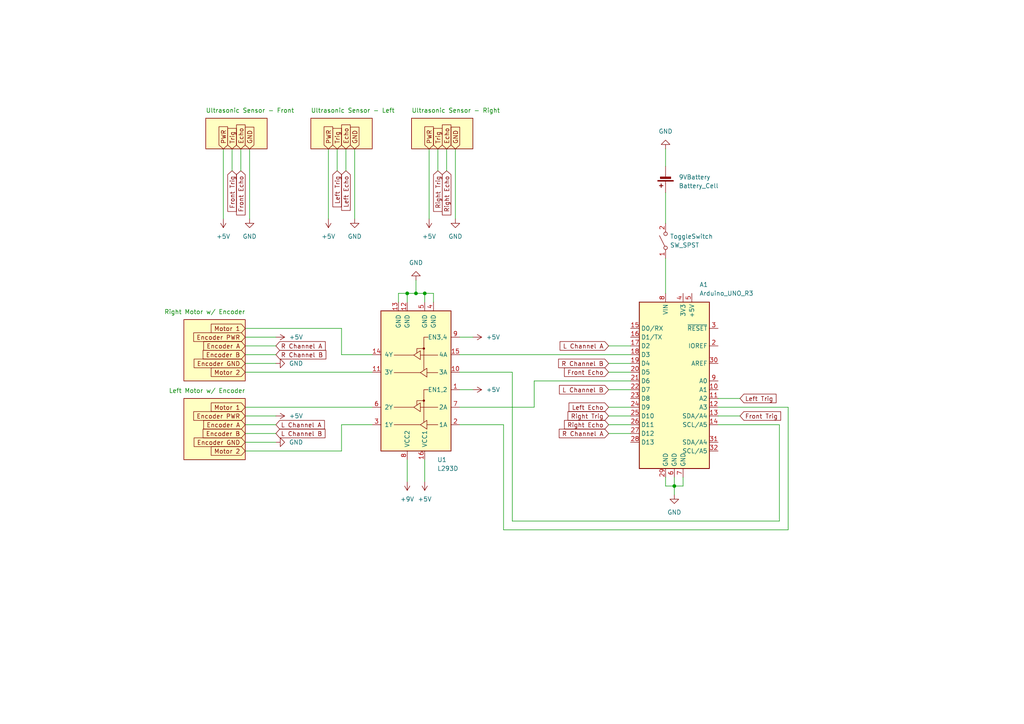
<source format=kicad_sch>
(kicad_sch (version 20230121) (generator eeschema)

  (uuid 8c498fed-a363-4364-a229-ea3d919446a7)

  (paper "A4")

  (title_block
    (title "Maze Robot Circuit")
    (date "2024-04-17")
    (rev "1.0")
    (company "University of Advancing Technology")
    (comment 1 "Tyler Widener, tylerwidenerlm@gmail.com")
  )

  (lib_symbols
    (symbol "Device:Battery_Cell" (pin_numbers hide) (pin_names (offset 0) hide) (in_bom yes) (on_board yes)
      (property "Reference" "BT" (at 2.54 2.54 0)
        (effects (font (size 1.27 1.27)) (justify left))
      )
      (property "Value" "Battery_Cell" (at 2.54 0 0)
        (effects (font (size 1.27 1.27)) (justify left))
      )
      (property "Footprint" "" (at 0 1.524 90)
        (effects (font (size 1.27 1.27)) hide)
      )
      (property "Datasheet" "~" (at 0 1.524 90)
        (effects (font (size 1.27 1.27)) hide)
      )
      (property "ki_keywords" "battery cell" (at 0 0 0)
        (effects (font (size 1.27 1.27)) hide)
      )
      (property "ki_description" "Single-cell battery" (at 0 0 0)
        (effects (font (size 1.27 1.27)) hide)
      )
      (symbol "Battery_Cell_0_1"
        (rectangle (start -2.286 1.778) (end 2.286 1.524)
          (stroke (width 0) (type default))
          (fill (type outline))
        )
        (rectangle (start -1.524 1.016) (end 1.524 0.508)
          (stroke (width 0) (type default))
          (fill (type outline))
        )
        (polyline
          (pts
            (xy 0 0.762)
            (xy 0 0)
          )
          (stroke (width 0) (type default))
          (fill (type none))
        )
        (polyline
          (pts
            (xy 0 1.778)
            (xy 0 2.54)
          )
          (stroke (width 0) (type default))
          (fill (type none))
        )
        (polyline
          (pts
            (xy 0.762 3.048)
            (xy 1.778 3.048)
          )
          (stroke (width 0.254) (type default))
          (fill (type none))
        )
        (polyline
          (pts
            (xy 1.27 3.556)
            (xy 1.27 2.54)
          )
          (stroke (width 0.254) (type default))
          (fill (type none))
        )
      )
      (symbol "Battery_Cell_1_1"
        (pin passive line (at 0 5.08 270) (length 2.54)
          (name "+" (effects (font (size 1.27 1.27))))
          (number "1" (effects (font (size 1.27 1.27))))
        )
        (pin passive line (at 0 -2.54 90) (length 2.54)
          (name "-" (effects (font (size 1.27 1.27))))
          (number "2" (effects (font (size 1.27 1.27))))
        )
      )
    )
    (symbol "Driver_Motor:L293D" (pin_names (offset 1.016)) (in_bom yes) (on_board yes)
      (property "Reference" "U" (at -5.08 26.035 0)
        (effects (font (size 1.27 1.27)) (justify right))
      )
      (property "Value" "L293D" (at -5.08 24.13 0)
        (effects (font (size 1.27 1.27)) (justify right))
      )
      (property "Footprint" "Package_DIP:DIP-16_W7.62mm" (at 6.35 -19.05 0)
        (effects (font (size 1.27 1.27)) (justify left) hide)
      )
      (property "Datasheet" "http://www.ti.com/lit/ds/symlink/l293.pdf" (at -7.62 17.78 0)
        (effects (font (size 1.27 1.27)) hide)
      )
      (property "ki_keywords" "Half-H Driver Motor" (at 0 0 0)
        (effects (font (size 1.27 1.27)) hide)
      )
      (property "ki_description" "Quadruple Half-H Drivers" (at 0 0 0)
        (effects (font (size 1.27 1.27)) hide)
      )
      (property "ki_fp_filters" "DIP*W7.62mm*" (at 0 0 0)
        (effects (font (size 1.27 1.27)) hide)
      )
      (symbol "L293D_0_1"
        (rectangle (start -10.16 22.86) (end 10.16 -17.78)
          (stroke (width 0.254) (type default))
          (fill (type background))
        )
        (circle (center -2.286 -6.858) (radius 0.254)
          (stroke (width 0) (type default))
          (fill (type outline))
        )
        (circle (center -2.286 8.255) (radius 0.254)
          (stroke (width 0) (type default))
          (fill (type outline))
        )
        (polyline
          (pts
            (xy -6.35 -4.953)
            (xy -1.27 -4.953)
          )
          (stroke (width 0) (type default))
          (fill (type none))
        )
        (polyline
          (pts
            (xy -6.35 0.127)
            (xy -3.175 0.127)
          )
          (stroke (width 0) (type default))
          (fill (type none))
        )
        (polyline
          (pts
            (xy -6.35 10.16)
            (xy -1.27 10.16)
          )
          (stroke (width 0) (type default))
          (fill (type none))
        )
        (polyline
          (pts
            (xy -6.35 15.24)
            (xy -3.175 15.24)
          )
          (stroke (width 0) (type default))
          (fill (type none))
        )
        (polyline
          (pts
            (xy -1.27 0.127)
            (xy 6.35 0.127)
          )
          (stroke (width 0) (type default))
          (fill (type none))
        )
        (polyline
          (pts
            (xy -1.27 15.24)
            (xy 6.35 15.24)
          )
          (stroke (width 0) (type default))
          (fill (type none))
        )
        (polyline
          (pts
            (xy 0.635 -4.953)
            (xy 6.35 -4.953)
          )
          (stroke (width 0) (type default))
          (fill (type none))
        )
        (polyline
          (pts
            (xy 0.635 10.16)
            (xy 6.35 10.16)
          )
          (stroke (width 0) (type default))
          (fill (type none))
        )
        (polyline
          (pts
            (xy -2.286 -6.858)
            (xy -0.254 -6.858)
            (xy -0.254 -5.588)
          )
          (stroke (width 0) (type default))
          (fill (type none))
        )
        (polyline
          (pts
            (xy -2.286 -0.635)
            (xy -2.286 -10.16)
            (xy -3.556 -10.16)
          )
          (stroke (width 0) (type default))
          (fill (type none))
        )
        (polyline
          (pts
            (xy -2.286 8.255)
            (xy -0.254 8.255)
            (xy -0.254 9.525)
          )
          (stroke (width 0) (type default))
          (fill (type none))
        )
        (polyline
          (pts
            (xy -2.286 14.478)
            (xy -2.286 5.08)
            (xy -3.556 5.08)
          )
          (stroke (width 0) (type default))
          (fill (type none))
        )
        (polyline
          (pts
            (xy -3.175 1.397)
            (xy -3.175 -1.143)
            (xy -1.27 0.127)
            (xy -3.175 1.397)
          )
          (stroke (width 0) (type default))
          (fill (type none))
        )
        (polyline
          (pts
            (xy -3.175 16.51)
            (xy -3.175 13.97)
            (xy -1.27 15.24)
            (xy -3.175 16.51)
          )
          (stroke (width 0) (type default))
          (fill (type none))
        )
        (polyline
          (pts
            (xy -1.27 -3.683)
            (xy -1.27 -6.223)
            (xy 0.635 -4.953)
            (xy -1.27 -3.683)
          )
          (stroke (width 0) (type default))
          (fill (type none))
        )
        (polyline
          (pts
            (xy -1.27 11.43)
            (xy -1.27 8.89)
            (xy 0.635 10.16)
            (xy -1.27 11.43)
          )
          (stroke (width 0) (type default))
          (fill (type none))
        )
      )
      (symbol "L293D_1_1"
        (pin input line (at -12.7 5.08 0) (length 2.54)
          (name "EN1,2" (effects (font (size 1.27 1.27))))
          (number "1" (effects (font (size 1.27 1.27))))
        )
        (pin input line (at -12.7 0 0) (length 2.54)
          (name "3A" (effects (font (size 1.27 1.27))))
          (number "10" (effects (font (size 1.27 1.27))))
        )
        (pin output line (at 12.7 0 180) (length 2.54)
          (name "3Y" (effects (font (size 1.27 1.27))))
          (number "11" (effects (font (size 1.27 1.27))))
        )
        (pin power_in line (at 2.54 -20.32 90) (length 2.54)
          (name "GND" (effects (font (size 1.27 1.27))))
          (number "12" (effects (font (size 1.27 1.27))))
        )
        (pin power_in line (at 5.08 -20.32 90) (length 2.54)
          (name "GND" (effects (font (size 1.27 1.27))))
          (number "13" (effects (font (size 1.27 1.27))))
        )
        (pin output line (at 12.7 -5.08 180) (length 2.54)
          (name "4Y" (effects (font (size 1.27 1.27))))
          (number "14" (effects (font (size 1.27 1.27))))
        )
        (pin input line (at -12.7 -5.08 0) (length 2.54)
          (name "4A" (effects (font (size 1.27 1.27))))
          (number "15" (effects (font (size 1.27 1.27))))
        )
        (pin power_in line (at -2.54 25.4 270) (length 2.54)
          (name "VCC1" (effects (font (size 1.27 1.27))))
          (number "16" (effects (font (size 1.27 1.27))))
        )
        (pin input line (at -12.7 15.24 0) (length 2.54)
          (name "1A" (effects (font (size 1.27 1.27))))
          (number "2" (effects (font (size 1.27 1.27))))
        )
        (pin output line (at 12.7 15.24 180) (length 2.54)
          (name "1Y" (effects (font (size 1.27 1.27))))
          (number "3" (effects (font (size 1.27 1.27))))
        )
        (pin power_in line (at -5.08 -20.32 90) (length 2.54)
          (name "GND" (effects (font (size 1.27 1.27))))
          (number "4" (effects (font (size 1.27 1.27))))
        )
        (pin power_in line (at -2.54 -20.32 90) (length 2.54)
          (name "GND" (effects (font (size 1.27 1.27))))
          (number "5" (effects (font (size 1.27 1.27))))
        )
        (pin output line (at 12.7 10.16 180) (length 2.54)
          (name "2Y" (effects (font (size 1.27 1.27))))
          (number "6" (effects (font (size 1.27 1.27))))
        )
        (pin input line (at -12.7 10.16 0) (length 2.54)
          (name "2A" (effects (font (size 1.27 1.27))))
          (number "7" (effects (font (size 1.27 1.27))))
        )
        (pin power_in line (at 2.54 25.4 270) (length 2.54)
          (name "VCC2" (effects (font (size 1.27 1.27))))
          (number "8" (effects (font (size 1.27 1.27))))
        )
        (pin input line (at -12.7 -10.16 0) (length 2.54)
          (name "EN3,4" (effects (font (size 1.27 1.27))))
          (number "9" (effects (font (size 1.27 1.27))))
        )
      )
    )
    (symbol "MCU_Module:Arduino_UNO_R3" (in_bom yes) (on_board yes)
      (property "Reference" "A" (at -10.16 23.495 0)
        (effects (font (size 1.27 1.27)) (justify left bottom))
      )
      (property "Value" "Arduino_UNO_R3" (at 5.08 -26.67 0)
        (effects (font (size 1.27 1.27)) (justify left top))
      )
      (property "Footprint" "Module:Arduino_UNO_R3" (at 0 0 0)
        (effects (font (size 1.27 1.27) italic) hide)
      )
      (property "Datasheet" "https://www.arduino.cc/en/Main/arduinoBoardUno" (at 0 0 0)
        (effects (font (size 1.27 1.27)) hide)
      )
      (property "ki_keywords" "Arduino UNO R3 Microcontroller Module Atmel AVR USB" (at 0 0 0)
        (effects (font (size 1.27 1.27)) hide)
      )
      (property "ki_description" "Arduino UNO Microcontroller Module, release 3" (at 0 0 0)
        (effects (font (size 1.27 1.27)) hide)
      )
      (property "ki_fp_filters" "Arduino*UNO*R3*" (at 0 0 0)
        (effects (font (size 1.27 1.27)) hide)
      )
      (symbol "Arduino_UNO_R3_0_1"
        (rectangle (start -10.16 22.86) (end 10.16 -25.4)
          (stroke (width 0.254) (type default))
          (fill (type background))
        )
      )
      (symbol "Arduino_UNO_R3_1_1"
        (pin no_connect line (at -10.16 -20.32 0) (length 2.54) hide
          (name "NC" (effects (font (size 1.27 1.27))))
          (number "1" (effects (font (size 1.27 1.27))))
        )
        (pin bidirectional line (at 12.7 -2.54 180) (length 2.54)
          (name "A1" (effects (font (size 1.27 1.27))))
          (number "10" (effects (font (size 1.27 1.27))))
        )
        (pin bidirectional line (at 12.7 -5.08 180) (length 2.54)
          (name "A2" (effects (font (size 1.27 1.27))))
          (number "11" (effects (font (size 1.27 1.27))))
        )
        (pin bidirectional line (at 12.7 -7.62 180) (length 2.54)
          (name "A3" (effects (font (size 1.27 1.27))))
          (number "12" (effects (font (size 1.27 1.27))))
        )
        (pin bidirectional line (at 12.7 -10.16 180) (length 2.54)
          (name "SDA/A4" (effects (font (size 1.27 1.27))))
          (number "13" (effects (font (size 1.27 1.27))))
        )
        (pin bidirectional line (at 12.7 -12.7 180) (length 2.54)
          (name "SCL/A5" (effects (font (size 1.27 1.27))))
          (number "14" (effects (font (size 1.27 1.27))))
        )
        (pin bidirectional line (at -12.7 15.24 0) (length 2.54)
          (name "D0/RX" (effects (font (size 1.27 1.27))))
          (number "15" (effects (font (size 1.27 1.27))))
        )
        (pin bidirectional line (at -12.7 12.7 0) (length 2.54)
          (name "D1/TX" (effects (font (size 1.27 1.27))))
          (number "16" (effects (font (size 1.27 1.27))))
        )
        (pin bidirectional line (at -12.7 10.16 0) (length 2.54)
          (name "D2" (effects (font (size 1.27 1.27))))
          (number "17" (effects (font (size 1.27 1.27))))
        )
        (pin bidirectional line (at -12.7 7.62 0) (length 2.54)
          (name "D3" (effects (font (size 1.27 1.27))))
          (number "18" (effects (font (size 1.27 1.27))))
        )
        (pin bidirectional line (at -12.7 5.08 0) (length 2.54)
          (name "D4" (effects (font (size 1.27 1.27))))
          (number "19" (effects (font (size 1.27 1.27))))
        )
        (pin output line (at 12.7 10.16 180) (length 2.54)
          (name "IOREF" (effects (font (size 1.27 1.27))))
          (number "2" (effects (font (size 1.27 1.27))))
        )
        (pin bidirectional line (at -12.7 2.54 0) (length 2.54)
          (name "D5" (effects (font (size 1.27 1.27))))
          (number "20" (effects (font (size 1.27 1.27))))
        )
        (pin bidirectional line (at -12.7 0 0) (length 2.54)
          (name "D6" (effects (font (size 1.27 1.27))))
          (number "21" (effects (font (size 1.27 1.27))))
        )
        (pin bidirectional line (at -12.7 -2.54 0) (length 2.54)
          (name "D7" (effects (font (size 1.27 1.27))))
          (number "22" (effects (font (size 1.27 1.27))))
        )
        (pin bidirectional line (at -12.7 -5.08 0) (length 2.54)
          (name "D8" (effects (font (size 1.27 1.27))))
          (number "23" (effects (font (size 1.27 1.27))))
        )
        (pin bidirectional line (at -12.7 -7.62 0) (length 2.54)
          (name "D9" (effects (font (size 1.27 1.27))))
          (number "24" (effects (font (size 1.27 1.27))))
        )
        (pin bidirectional line (at -12.7 -10.16 0) (length 2.54)
          (name "D10" (effects (font (size 1.27 1.27))))
          (number "25" (effects (font (size 1.27 1.27))))
        )
        (pin bidirectional line (at -12.7 -12.7 0) (length 2.54)
          (name "D11" (effects (font (size 1.27 1.27))))
          (number "26" (effects (font (size 1.27 1.27))))
        )
        (pin bidirectional line (at -12.7 -15.24 0) (length 2.54)
          (name "D12" (effects (font (size 1.27 1.27))))
          (number "27" (effects (font (size 1.27 1.27))))
        )
        (pin bidirectional line (at -12.7 -17.78 0) (length 2.54)
          (name "D13" (effects (font (size 1.27 1.27))))
          (number "28" (effects (font (size 1.27 1.27))))
        )
        (pin power_in line (at -2.54 -27.94 90) (length 2.54)
          (name "GND" (effects (font (size 1.27 1.27))))
          (number "29" (effects (font (size 1.27 1.27))))
        )
        (pin input line (at 12.7 15.24 180) (length 2.54)
          (name "~{RESET}" (effects (font (size 1.27 1.27))))
          (number "3" (effects (font (size 1.27 1.27))))
        )
        (pin input line (at 12.7 5.08 180) (length 2.54)
          (name "AREF" (effects (font (size 1.27 1.27))))
          (number "30" (effects (font (size 1.27 1.27))))
        )
        (pin bidirectional line (at 12.7 -17.78 180) (length 2.54)
          (name "SDA/A4" (effects (font (size 1.27 1.27))))
          (number "31" (effects (font (size 1.27 1.27))))
        )
        (pin bidirectional line (at 12.7 -20.32 180) (length 2.54)
          (name "SCL/A5" (effects (font (size 1.27 1.27))))
          (number "32" (effects (font (size 1.27 1.27))))
        )
        (pin power_out line (at 2.54 25.4 270) (length 2.54)
          (name "3V3" (effects (font (size 1.27 1.27))))
          (number "4" (effects (font (size 1.27 1.27))))
        )
        (pin power_out line (at 5.08 25.4 270) (length 2.54)
          (name "+5V" (effects (font (size 1.27 1.27))))
          (number "5" (effects (font (size 1.27 1.27))))
        )
        (pin power_in line (at 0 -27.94 90) (length 2.54)
          (name "GND" (effects (font (size 1.27 1.27))))
          (number "6" (effects (font (size 1.27 1.27))))
        )
        (pin power_in line (at 2.54 -27.94 90) (length 2.54)
          (name "GND" (effects (font (size 1.27 1.27))))
          (number "7" (effects (font (size 1.27 1.27))))
        )
        (pin power_in line (at -2.54 25.4 270) (length 2.54)
          (name "VIN" (effects (font (size 1.27 1.27))))
          (number "8" (effects (font (size 1.27 1.27))))
        )
        (pin bidirectional line (at 12.7 0 180) (length 2.54)
          (name "A0" (effects (font (size 1.27 1.27))))
          (number "9" (effects (font (size 1.27 1.27))))
        )
      )
    )
    (symbol "Switch:SW_SPST" (pin_names (offset 0) hide) (in_bom yes) (on_board yes)
      (property "Reference" "SW" (at 0 3.175 0)
        (effects (font (size 1.27 1.27)))
      )
      (property "Value" "SW_SPST" (at 0 -2.54 0)
        (effects (font (size 1.27 1.27)))
      )
      (property "Footprint" "" (at 0 0 0)
        (effects (font (size 1.27 1.27)) hide)
      )
      (property "Datasheet" "~" (at 0 0 0)
        (effects (font (size 1.27 1.27)) hide)
      )
      (property "ki_keywords" "switch lever" (at 0 0 0)
        (effects (font (size 1.27 1.27)) hide)
      )
      (property "ki_description" "Single Pole Single Throw (SPST) switch" (at 0 0 0)
        (effects (font (size 1.27 1.27)) hide)
      )
      (symbol "SW_SPST_0_0"
        (circle (center -2.032 0) (radius 0.508)
          (stroke (width 0) (type default))
          (fill (type none))
        )
        (polyline
          (pts
            (xy -1.524 0.254)
            (xy 1.524 1.778)
          )
          (stroke (width 0) (type default))
          (fill (type none))
        )
        (circle (center 2.032 0) (radius 0.508)
          (stroke (width 0) (type default))
          (fill (type none))
        )
      )
      (symbol "SW_SPST_1_1"
        (pin passive line (at -5.08 0 0) (length 2.54)
          (name "A" (effects (font (size 1.27 1.27))))
          (number "1" (effects (font (size 1.27 1.27))))
        )
        (pin passive line (at 5.08 0 180) (length 2.54)
          (name "B" (effects (font (size 1.27 1.27))))
          (number "2" (effects (font (size 1.27 1.27))))
        )
      )
    )
    (symbol "power:+5V" (power) (pin_names (offset 0)) (in_bom yes) (on_board yes)
      (property "Reference" "#PWR" (at 0 -3.81 0)
        (effects (font (size 1.27 1.27)) hide)
      )
      (property "Value" "+5V" (at 0 3.556 0)
        (effects (font (size 1.27 1.27)))
      )
      (property "Footprint" "" (at 0 0 0)
        (effects (font (size 1.27 1.27)) hide)
      )
      (property "Datasheet" "" (at 0 0 0)
        (effects (font (size 1.27 1.27)) hide)
      )
      (property "ki_keywords" "global power" (at 0 0 0)
        (effects (font (size 1.27 1.27)) hide)
      )
      (property "ki_description" "Power symbol creates a global label with name \"+5V\"" (at 0 0 0)
        (effects (font (size 1.27 1.27)) hide)
      )
      (symbol "+5V_0_1"
        (polyline
          (pts
            (xy -0.762 1.27)
            (xy 0 2.54)
          )
          (stroke (width 0) (type default))
          (fill (type none))
        )
        (polyline
          (pts
            (xy 0 0)
            (xy 0 2.54)
          )
          (stroke (width 0) (type default))
          (fill (type none))
        )
        (polyline
          (pts
            (xy 0 2.54)
            (xy 0.762 1.27)
          )
          (stroke (width 0) (type default))
          (fill (type none))
        )
      )
      (symbol "+5V_1_1"
        (pin power_in line (at 0 0 90) (length 0) hide
          (name "+5V" (effects (font (size 1.27 1.27))))
          (number "1" (effects (font (size 1.27 1.27))))
        )
      )
    )
    (symbol "power:+9V" (power) (pin_names (offset 0)) (in_bom yes) (on_board yes)
      (property "Reference" "#PWR" (at 0 -3.81 0)
        (effects (font (size 1.27 1.27)) hide)
      )
      (property "Value" "+9V" (at 0 3.556 0)
        (effects (font (size 1.27 1.27)))
      )
      (property "Footprint" "" (at 0 0 0)
        (effects (font (size 1.27 1.27)) hide)
      )
      (property "Datasheet" "" (at 0 0 0)
        (effects (font (size 1.27 1.27)) hide)
      )
      (property "ki_keywords" "global power" (at 0 0 0)
        (effects (font (size 1.27 1.27)) hide)
      )
      (property "ki_description" "Power symbol creates a global label with name \"+9V\"" (at 0 0 0)
        (effects (font (size 1.27 1.27)) hide)
      )
      (symbol "+9V_0_1"
        (polyline
          (pts
            (xy -0.762 1.27)
            (xy 0 2.54)
          )
          (stroke (width 0) (type default))
          (fill (type none))
        )
        (polyline
          (pts
            (xy 0 0)
            (xy 0 2.54)
          )
          (stroke (width 0) (type default))
          (fill (type none))
        )
        (polyline
          (pts
            (xy 0 2.54)
            (xy 0.762 1.27)
          )
          (stroke (width 0) (type default))
          (fill (type none))
        )
      )
      (symbol "+9V_1_1"
        (pin power_in line (at 0 0 90) (length 0) hide
          (name "+9V" (effects (font (size 1.27 1.27))))
          (number "1" (effects (font (size 1.27 1.27))))
        )
      )
    )
    (symbol "power:GND" (power) (pin_names (offset 0)) (in_bom yes) (on_board yes)
      (property "Reference" "#PWR" (at 0 -6.35 0)
        (effects (font (size 1.27 1.27)) hide)
      )
      (property "Value" "GND" (at 0 -3.81 0)
        (effects (font (size 1.27 1.27)))
      )
      (property "Footprint" "" (at 0 0 0)
        (effects (font (size 1.27 1.27)) hide)
      )
      (property "Datasheet" "" (at 0 0 0)
        (effects (font (size 1.27 1.27)) hide)
      )
      (property "ki_keywords" "global power" (at 0 0 0)
        (effects (font (size 1.27 1.27)) hide)
      )
      (property "ki_description" "Power symbol creates a global label with name \"GND\" , ground" (at 0 0 0)
        (effects (font (size 1.27 1.27)) hide)
      )
      (symbol "GND_0_1"
        (polyline
          (pts
            (xy 0 0)
            (xy 0 -1.27)
            (xy 1.27 -1.27)
            (xy 0 -2.54)
            (xy -1.27 -1.27)
            (xy 0 -1.27)
          )
          (stroke (width 0) (type default))
          (fill (type none))
        )
      )
      (symbol "GND_1_1"
        (pin power_in line (at 0 0 270) (length 0) hide
          (name "GND" (effects (font (size 1.27 1.27))))
          (number "1" (effects (font (size 1.27 1.27))))
        )
      )
    )
  )

  (junction (at 120.65 85.09) (diameter 0) (color 0 0 0 0)
    (uuid 2af3b2e2-f94c-41b7-9d13-5fcd2c4d258f)
  )
  (junction (at 195.58 140.97) (diameter 0) (color 0 0 0 0)
    (uuid 47a6f2ef-6ec8-4bbf-bbdc-2cb04f35b500)
  )
  (junction (at 123.19 85.09) (diameter 0) (color 0 0 0 0)
    (uuid 9f874c50-ed7e-430f-8c09-852be936b345)
  )
  (junction (at 118.11 85.09) (diameter 0) (color 0 0 0 0)
    (uuid e103e433-7c96-4bcd-b90d-074adab0fce3)
  )

  (wire (pts (xy 71.12 125.73) (xy 80.01 125.73))
    (stroke (width 0) (type default))
    (uuid 00020024-b56c-4854-8186-54d6cff2062e)
  )
  (wire (pts (xy 71.12 95.25) (xy 99.06 95.25))
    (stroke (width 0) (type default))
    (uuid 04ea1bac-6e6b-4668-894f-9064ced4cda2)
  )
  (wire (pts (xy 195.58 138.43) (xy 195.58 140.97))
    (stroke (width 0) (type default))
    (uuid 0772522d-6a39-45b5-8201-1cdbcd4e8608)
  )
  (wire (pts (xy 71.12 128.27) (xy 80.01 128.27))
    (stroke (width 0) (type default))
    (uuid 094b5fa6-1ce7-4d59-bfe6-d153ddb44c30)
  )
  (wire (pts (xy 176.53 100.33) (xy 182.88 100.33))
    (stroke (width 0) (type default))
    (uuid 0f769f0b-b791-46f6-b2e1-1a4a31e96326)
  )
  (wire (pts (xy 71.12 123.19) (xy 80.01 123.19))
    (stroke (width 0) (type default))
    (uuid 0fb92058-ba99-43ce-9e0c-df3872e2a4b3)
  )
  (wire (pts (xy 118.11 85.09) (xy 120.65 85.09))
    (stroke (width 0) (type default))
    (uuid 10a1e070-9cbf-46cf-af81-6c65ae103069)
  )
  (wire (pts (xy 64.77 43.18) (xy 64.77 63.5))
    (stroke (width 0) (type default))
    (uuid 14f2ceab-972d-41fd-bd5c-9f1eeec5407a)
  )
  (wire (pts (xy 115.57 87.63) (xy 115.57 85.09))
    (stroke (width 0) (type default))
    (uuid 1ea521ae-ed9a-419d-b264-f86c044efccd)
  )
  (wire (pts (xy 198.12 138.43) (xy 198.12 140.97))
    (stroke (width 0) (type default))
    (uuid 208e9356-cb75-44ea-b437-022735fab075)
  )
  (wire (pts (xy 102.87 43.18) (xy 102.87 63.5))
    (stroke (width 0) (type default))
    (uuid 20be6d10-4ae2-4ff5-9cf5-c50776528764)
  )
  (wire (pts (xy 123.19 85.09) (xy 120.65 85.09))
    (stroke (width 0) (type default))
    (uuid 26e45338-bd17-437e-8b05-e81625f01800)
  )
  (wire (pts (xy 99.06 130.81) (xy 99.06 123.19))
    (stroke (width 0) (type default))
    (uuid 26f23af7-e620-4b08-b7d3-6f2b53dc34b6)
  )
  (wire (pts (xy 71.12 118.11) (xy 107.95 118.11))
    (stroke (width 0) (type default))
    (uuid 2a026774-bb67-4445-a14a-0ce304dfb8a0)
  )
  (wire (pts (xy 176.53 105.41) (xy 182.88 105.41))
    (stroke (width 0) (type default))
    (uuid 35e11727-e3d5-49ca-a84e-fbc2646e39d1)
  )
  (wire (pts (xy 71.12 130.81) (xy 99.06 130.81))
    (stroke (width 0) (type default))
    (uuid 3bb06e03-b9b7-43ad-a338-196dd3941393)
  )
  (wire (pts (xy 71.12 97.79) (xy 80.01 97.79))
    (stroke (width 0) (type default))
    (uuid 3c5f0e60-2355-450e-b17e-ad0e06e74b9f)
  )
  (wire (pts (xy 176.53 120.65) (xy 182.88 120.65))
    (stroke (width 0) (type default))
    (uuid 3e41b6de-12db-45ff-bb78-de95f72f38e3)
  )
  (wire (pts (xy 71.12 100.33) (xy 80.01 100.33))
    (stroke (width 0) (type default))
    (uuid 4fd3bc99-f897-4da2-882c-a92e0c7e3f89)
  )
  (wire (pts (xy 133.35 118.11) (xy 154.94 118.11))
    (stroke (width 0) (type default))
    (uuid 54f4e5b1-9c7d-4891-bafd-8c7e63c3383b)
  )
  (wire (pts (xy 146.05 153.67) (xy 228.6 153.67))
    (stroke (width 0) (type default))
    (uuid 570dcdc8-6c9b-4c8c-bae5-bc4c92b09668)
  )
  (wire (pts (xy 118.11 133.35) (xy 118.11 139.7))
    (stroke (width 0) (type default))
    (uuid 5c4a9cf4-373a-4b44-b02c-13f9a16383e1)
  )
  (wire (pts (xy 71.12 102.87) (xy 80.01 102.87))
    (stroke (width 0) (type default))
    (uuid 63b9d7c2-708f-4009-91b7-33c1310344e4)
  )
  (wire (pts (xy 95.25 43.18) (xy 95.25 63.5))
    (stroke (width 0) (type default))
    (uuid 6a96acb8-81c5-4a37-ae62-9eaa21c238f8)
  )
  (wire (pts (xy 193.04 55.88) (xy 193.04 64.77))
    (stroke (width 0) (type default))
    (uuid 6fa4b7f5-4557-412f-ad29-ab5436e45741)
  )
  (wire (pts (xy 115.57 85.09) (xy 118.11 85.09))
    (stroke (width 0) (type default))
    (uuid 7228f9e9-c273-4833-ba0d-bc88f6065b7a)
  )
  (wire (pts (xy 193.04 74.93) (xy 193.04 85.09))
    (stroke (width 0) (type default))
    (uuid 7754b939-e511-470b-bf8e-7bd524dfa8e4)
  )
  (wire (pts (xy 71.12 105.41) (xy 80.01 105.41))
    (stroke (width 0) (type default))
    (uuid 7942c441-8bf6-476b-b53e-2860c77ca4da)
  )
  (wire (pts (xy 123.19 133.35) (xy 123.19 139.7))
    (stroke (width 0) (type default))
    (uuid 7d9d7a03-c7c1-4393-8105-cff4e9485303)
  )
  (wire (pts (xy 118.11 87.63) (xy 118.11 85.09))
    (stroke (width 0) (type default))
    (uuid 8a74c5d4-baac-48a4-83fd-81c0e6c20fef)
  )
  (wire (pts (xy 148.59 151.13) (xy 226.06 151.13))
    (stroke (width 0) (type default))
    (uuid 8dbb871e-ea73-4405-8d81-cd3c91c28303)
  )
  (wire (pts (xy 123.19 87.63) (xy 123.19 85.09))
    (stroke (width 0) (type default))
    (uuid 8e00594a-49d6-4824-a928-3cd9cb591d4e)
  )
  (wire (pts (xy 228.6 118.11) (xy 208.28 118.11))
    (stroke (width 0) (type default))
    (uuid 8ebc4e37-84ad-4137-97e2-cc067e339a05)
  )
  (wire (pts (xy 193.04 140.97) (xy 195.58 140.97))
    (stroke (width 0) (type default))
    (uuid 8ee8c543-69b1-4026-a229-4b50bb93332e)
  )
  (wire (pts (xy 133.35 97.79) (xy 137.16 97.79))
    (stroke (width 0) (type default))
    (uuid 929ac934-1cb7-4511-8236-a1fe78e48814)
  )
  (wire (pts (xy 120.65 85.09) (xy 120.65 81.28))
    (stroke (width 0) (type default))
    (uuid 9645432f-3e0e-4b9e-b221-efb486df4f61)
  )
  (wire (pts (xy 71.12 107.95) (xy 107.95 107.95))
    (stroke (width 0) (type default))
    (uuid 97044bcb-b629-440c-b3fe-e543941202aa)
  )
  (wire (pts (xy 176.53 125.73) (xy 182.88 125.73))
    (stroke (width 0) (type default))
    (uuid a025b7ea-ef74-4238-b01e-e1cff6b473e1)
  )
  (wire (pts (xy 99.06 102.87) (xy 107.95 102.87))
    (stroke (width 0) (type default))
    (uuid a36f1205-74fc-4a5f-9e72-b9320d4d24f5)
  )
  (wire (pts (xy 129.54 43.18) (xy 129.54 49.53))
    (stroke (width 0) (type default))
    (uuid a4a9b70e-cc38-4c09-b278-3ce3aa9ca153)
  )
  (wire (pts (xy 193.04 138.43) (xy 193.04 140.97))
    (stroke (width 0) (type default))
    (uuid a656c540-58ae-4160-a708-d70dd881d720)
  )
  (wire (pts (xy 176.53 107.95) (xy 182.88 107.95))
    (stroke (width 0) (type default))
    (uuid a665c78a-d772-4973-9e13-19ba246435c5)
  )
  (wire (pts (xy 133.35 107.95) (xy 148.59 107.95))
    (stroke (width 0) (type default))
    (uuid ab6a1102-27e6-40bc-a559-effd91410cc3)
  )
  (wire (pts (xy 226.06 151.13) (xy 226.06 123.19))
    (stroke (width 0) (type default))
    (uuid afc72602-749c-448f-89d3-dc301624dfa1)
  )
  (wire (pts (xy 133.35 123.19) (xy 146.05 123.19))
    (stroke (width 0) (type default))
    (uuid b439dba4-4b7d-4048-82cb-263b66c5d949)
  )
  (wire (pts (xy 195.58 140.97) (xy 195.58 143.51))
    (stroke (width 0) (type default))
    (uuid b63f93c2-4575-4276-8ff0-c07c6ba47ad2)
  )
  (wire (pts (xy 146.05 123.19) (xy 146.05 153.67))
    (stroke (width 0) (type default))
    (uuid b8680c3a-4743-4450-9ecc-b9efef577a96)
  )
  (wire (pts (xy 125.73 87.63) (xy 125.73 85.09))
    (stroke (width 0) (type default))
    (uuid b99c6222-d86a-4822-a478-bac0813dc47f)
  )
  (wire (pts (xy 193.04 43.18) (xy 193.04 48.26))
    (stroke (width 0) (type default))
    (uuid bc24444e-2ea9-47ad-9c9f-8e6ad25754dd)
  )
  (wire (pts (xy 125.73 85.09) (xy 123.19 85.09))
    (stroke (width 0) (type default))
    (uuid bc3bad3f-a284-4823-9c6e-9aa036a21557)
  )
  (wire (pts (xy 133.35 102.87) (xy 182.88 102.87))
    (stroke (width 0) (type default))
    (uuid c0447b1b-38d5-429e-a8b1-b419334d717c)
  )
  (wire (pts (xy 99.06 123.19) (xy 107.95 123.19))
    (stroke (width 0) (type default))
    (uuid c2279db2-4444-404c-bbcb-ac3f63b49d75)
  )
  (wire (pts (xy 176.53 118.11) (xy 182.88 118.11))
    (stroke (width 0) (type default))
    (uuid c62ec8c5-8e50-4906-8660-ab4177d7d5fa)
  )
  (wire (pts (xy 154.94 110.49) (xy 182.88 110.49))
    (stroke (width 0) (type default))
    (uuid ce5e24c6-15e5-4221-9215-028b31251301)
  )
  (wire (pts (xy 226.06 123.19) (xy 208.28 123.19))
    (stroke (width 0) (type default))
    (uuid d11c27d1-bf50-4362-8419-7c869b114eef)
  )
  (wire (pts (xy 228.6 153.67) (xy 228.6 118.11))
    (stroke (width 0) (type default))
    (uuid d288d600-8b17-4764-898c-138a6ecece99)
  )
  (wire (pts (xy 97.79 43.18) (xy 97.79 49.53))
    (stroke (width 0) (type default))
    (uuid d2cb67f5-77fe-495d-8114-d563efb384ca)
  )
  (wire (pts (xy 208.28 120.65) (xy 214.63 120.65))
    (stroke (width 0) (type default))
    (uuid d845b4cf-efc0-458f-bdd9-44521a54f012)
  )
  (wire (pts (xy 124.46 43.18) (xy 124.46 63.5))
    (stroke (width 0) (type default))
    (uuid db2387d1-bc01-4732-82b1-7215207d761c)
  )
  (wire (pts (xy 69.85 43.18) (xy 69.85 49.53))
    (stroke (width 0) (type default))
    (uuid dc27b94f-0349-45aa-9526-1dcd6ddb6180)
  )
  (wire (pts (xy 208.28 115.57) (xy 214.63 115.57))
    (stroke (width 0) (type default))
    (uuid e2680066-b9fa-4c54-b4fa-c20ba05e0a3e)
  )
  (wire (pts (xy 176.53 123.19) (xy 182.88 123.19))
    (stroke (width 0) (type default))
    (uuid e348e7e9-7869-4244-b496-52eed22ad8fe)
  )
  (wire (pts (xy 71.12 120.65) (xy 80.01 120.65))
    (stroke (width 0) (type default))
    (uuid e52e09d9-489e-40e1-b1a0-3447e1f5462b)
  )
  (wire (pts (xy 154.94 118.11) (xy 154.94 110.49))
    (stroke (width 0) (type default))
    (uuid e745a17e-b5d3-48c4-b133-7b11c05e6582)
  )
  (wire (pts (xy 67.31 43.18) (xy 67.31 49.53))
    (stroke (width 0) (type default))
    (uuid e7944f20-e4fa-4d2f-aa5c-395dc929a1fe)
  )
  (wire (pts (xy 127 43.18) (xy 127 49.53))
    (stroke (width 0) (type default))
    (uuid e910ddb7-726f-4645-b14c-36642f886c06)
  )
  (wire (pts (xy 148.59 107.95) (xy 148.59 151.13))
    (stroke (width 0) (type default))
    (uuid ef3ee379-7f79-4a8f-b5dd-c7ce65349d86)
  )
  (wire (pts (xy 132.08 43.18) (xy 132.08 63.5))
    (stroke (width 0) (type default))
    (uuid f32a5f63-d234-43b7-a567-bbcafcdffc91)
  )
  (wire (pts (xy 100.33 43.18) (xy 100.33 49.53))
    (stroke (width 0) (type default))
    (uuid f6cb480a-d86e-4cb8-adbf-12238108d037)
  )
  (wire (pts (xy 99.06 95.25) (xy 99.06 102.87))
    (stroke (width 0) (type default))
    (uuid f71aa7dc-d8c5-4616-92e0-b108a4b5a2e2)
  )
  (wire (pts (xy 72.39 43.18) (xy 72.39 63.5))
    (stroke (width 0) (type default))
    (uuid f810a22a-1b38-48e9-a9ca-7f2f75b4103f)
  )
  (wire (pts (xy 198.12 140.97) (xy 195.58 140.97))
    (stroke (width 0) (type default))
    (uuid f99e3c75-3750-48f2-a25a-21b4ed31d8d7)
  )
  (wire (pts (xy 133.35 113.03) (xy 137.16 113.03))
    (stroke (width 0) (type default))
    (uuid fac55862-5847-4c49-997d-b54bec71fa71)
  )
  (wire (pts (xy 176.53 113.03) (xy 182.88 113.03))
    (stroke (width 0) (type default))
    (uuid fe7f9126-e96a-4516-b14b-b2576635e91b)
  )

  (rectangle (start 119.38 34.29) (end 137.16 43.18)
    (stroke (width 0.2) (type default) (color 132 0 0 1))
    (fill (type color) (color 255 255 194 1))
    (uuid 37b9a829-c518-4bc9-a355-07787785955a)
  )
  (rectangle (start 90.17 34.29) (end 107.95 43.18)
    (stroke (width 0.2) (type default) (color 132 0 0 1))
    (fill (type color) (color 255 255 194 1))
    (uuid 44cbcb64-c791-439a-b633-d6e29307b38c)
  )
  (rectangle (start 59.69 34.29) (end 77.47 43.18)
    (stroke (width 0.2) (type default) (color 132 0 0 1))
    (fill (type color) (color 255 255 194 1))
    (uuid 7bce12fb-168b-4a5d-9a46-c9e510a1d83d)
  )
  (rectangle (start 53.34 92.71) (end 71.12 110.49)
    (stroke (width 0.2) (type default) (color 132 0 0 1))
    (fill (type color) (color 255 255 194 1))
    (uuid 9c4e5518-1cdd-4d44-9030-2b29746edbd5)
  )
  (rectangle (start 53.34 115.57) (end 71.12 133.35)
    (stroke (width 0.2) (type default) (color 132 0 0 1))
    (fill (type color) (color 255 255 194 1))
    (uuid b5888b04-72de-4f80-96e5-fef21ac07469)
  )

  (text "Ultrasonic Sensor - Left" (at 90.17 33.02 0)
    (effects (font (size 1.27 1.27) (color 0 132 0 1)) (justify left bottom))
    (uuid 193c6490-2245-4138-8791-caf1a5324e0f)
  )
  (text "Ultrasonic Sensor - Right" (at 119.38 33.02 0)
    (effects (font (size 1.27 1.27) (color 0 132 0 1)) (justify left bottom))
    (uuid 54d51db0-5893-4fad-a783-8e22e4fd1c90)
  )
  (text "Ultrasonic Sensor - Front" (at 59.69 33.02 0)
    (effects (font (size 1.27 1.27) (color 0 132 0 1)) (justify left bottom))
    (uuid 973afe73-363e-4ed5-9245-351b9928c86d)
  )
  (text "Right Motor w/ Encoder" (at 71.12 91.44 0)
    (effects (font (size 1.27 1.27) (color 0 132 0 1)) (justify right bottom))
    (uuid a02b83cd-abb6-43db-a3b6-f6591cef9fc9)
  )
  (text "Left Motor w/ Encoder" (at 71.12 114.3 0)
    (effects (font (size 1.27 1.27) (color 0 132 0 1)) (justify right bottom))
    (uuid cf4edc45-4874-40dd-9995-d809e03b71c1)
  )

  (global_label "L Channel A" (shape input) (at 80.01 123.19 0) (fields_autoplaced)
    (effects (font (size 1.27 1.27)) (justify left))
    (uuid 082dfc89-8fcb-4937-b61b-387f3d7dce56)
    (property "Intersheetrefs" "${INTERSHEET_REFS}" (at 94.6669 123.19 0)
      (effects (font (size 1.27 1.27)) (justify left) hide)
    )
  )
  (global_label "GND" (shape input) (at 132.08 43.18 90) (fields_autoplaced)
    (effects (font (size 1.27 1.27)) (justify left))
    (uuid 0a0b0b6f-947e-4f38-b407-f432a5089956)
    (property "Intersheetrefs" "${INTERSHEET_REFS}" (at 132.08 36.3243 90)
      (effects (font (size 1.27 1.27)) (justify left) hide)
    )
  )
  (global_label "R Channel B" (shape input) (at 80.01 102.87 0) (fields_autoplaced)
    (effects (font (size 1.27 1.27)) (justify left))
    (uuid 13fb8879-ea48-4529-868f-85412c5a17e9)
    (property "Intersheetrefs" "${INTERSHEET_REFS}" (at 95.0902 102.87 0)
      (effects (font (size 1.27 1.27)) (justify left) hide)
    )
  )
  (global_label "Left Trig" (shape input) (at 97.79 49.53 270) (fields_autoplaced)
    (effects (font (size 1.27 1.27)) (justify right))
    (uuid 1beee190-0e53-4866-89cf-468d6fb7138e)
    (property "Intersheetrefs" "${INTERSHEET_REFS}" (at 97.79 60.5585 90)
      (effects (font (size 1.27 1.27)) (justify right) hide)
    )
  )
  (global_label "R Channel A" (shape input) (at 176.53 125.73 180) (fields_autoplaced)
    (effects (font (size 1.27 1.27)) (justify right))
    (uuid 24befe14-098c-410b-8ecb-af21e19ae4f8)
    (property "Intersheetrefs" "${INTERSHEET_REFS}" (at 161.6312 125.73 0)
      (effects (font (size 1.27 1.27)) (justify right) hide)
    )
  )
  (global_label "Encoder A" (shape input) (at 71.12 123.19 180) (fields_autoplaced)
    (effects (font (size 1.27 1.27)) (justify right))
    (uuid 3827dad7-cda1-4025-b972-7cb522ddcaba)
    (property "Intersheetrefs" "${INTERSHEET_REFS}" (at 58.5192 123.19 0)
      (effects (font (size 1.27 1.27)) (justify right) hide)
    )
  )
  (global_label "Left Echo" (shape input) (at 100.33 49.53 270) (fields_autoplaced)
    (effects (font (size 1.27 1.27)) (justify right))
    (uuid 3b87c8ac-f381-4161-be39-56d4baf6d1bd)
    (property "Intersheetrefs" "${INTERSHEET_REFS}" (at 100.33 61.5865 90)
      (effects (font (size 1.27 1.27)) (justify right) hide)
    )
  )
  (global_label "Encoder B" (shape input) (at 71.12 102.87 180) (fields_autoplaced)
    (effects (font (size 1.27 1.27)) (justify right))
    (uuid 3ba44399-0370-4519-8b8a-7de44414f92e)
    (property "Intersheetrefs" "${INTERSHEET_REFS}" (at 58.3378 102.87 0)
      (effects (font (size 1.27 1.27)) (justify right) hide)
    )
  )
  (global_label "Encoder B" (shape input) (at 71.12 125.73 180) (fields_autoplaced)
    (effects (font (size 1.27 1.27)) (justify right))
    (uuid 42e96b0b-c7b4-44df-ab12-739f08225df3)
    (property "Intersheetrefs" "${INTERSHEET_REFS}" (at 58.3378 125.73 0)
      (effects (font (size 1.27 1.27)) (justify right) hide)
    )
  )
  (global_label "Left Echo" (shape input) (at 176.53 118.11 180) (fields_autoplaced)
    (effects (font (size 1.27 1.27)) (justify right))
    (uuid 463d86ea-6398-478f-9e44-37debd8d33f9)
    (property "Intersheetrefs" "${INTERSHEET_REFS}" (at 164.4735 118.11 0)
      (effects (font (size 1.27 1.27)) (justify right) hide)
    )
  )
  (global_label "PWR" (shape input) (at 64.77 43.18 90) (fields_autoplaced)
    (effects (font (size 1.27 1.27)) (justify left))
    (uuid 53219ee0-2ea7-47e6-9c60-846b11c52d3d)
    (property "Intersheetrefs" "${INTERSHEET_REFS}" (at 64.77 36.2034 90)
      (effects (font (size 1.27 1.27)) (justify left) hide)
    )
  )
  (global_label "Motor 2" (shape input) (at 71.12 130.81 180) (fields_autoplaced)
    (effects (font (size 1.27 1.27)) (justify right))
    (uuid 53ef22d1-1d8c-4482-8d3d-1e9854b2297d)
    (property "Intersheetrefs" "${INTERSHEET_REFS}" (at 60.6964 130.81 0)
      (effects (font (size 1.27 1.27)) (justify right) hide)
    )
  )
  (global_label "PWR" (shape input) (at 95.25 43.18 90) (fields_autoplaced)
    (effects (font (size 1.27 1.27)) (justify left))
    (uuid 55d82c16-8829-4fcd-8b85-28ef60e465c9)
    (property "Intersheetrefs" "${INTERSHEET_REFS}" (at 95.25 36.2034 90)
      (effects (font (size 1.27 1.27)) (justify left) hide)
    )
  )
  (global_label "R Channel B" (shape input) (at 176.53 105.41 180) (fields_autoplaced)
    (effects (font (size 1.27 1.27)) (justify right))
    (uuid 5c4a9b0d-8796-4f27-b686-5fea98235570)
    (property "Intersheetrefs" "${INTERSHEET_REFS}" (at 161.4498 105.41 0)
      (effects (font (size 1.27 1.27)) (justify right) hide)
    )
  )
  (global_label "GND" (shape input) (at 72.39 43.18 90) (fields_autoplaced)
    (effects (font (size 1.27 1.27)) (justify left))
    (uuid 5f99e757-e9b5-4218-a241-b9d74d83bb8a)
    (property "Intersheetrefs" "${INTERSHEET_REFS}" (at 72.39 36.3243 90)
      (effects (font (size 1.27 1.27)) (justify left) hide)
    )
  )
  (global_label "L Channel A" (shape input) (at 176.53 100.33 180) (fields_autoplaced)
    (effects (font (size 1.27 1.27)) (justify right))
    (uuid 656fbcb6-3ab3-4e5d-a682-2b0fb32d350b)
    (property "Intersheetrefs" "${INTERSHEET_REFS}" (at 161.8731 100.33 0)
      (effects (font (size 1.27 1.27)) (justify right) hide)
    )
  )
  (global_label "R Channel A" (shape input) (at 80.01 100.33 0) (fields_autoplaced)
    (effects (font (size 1.27 1.27)) (justify left))
    (uuid 6a585811-dd94-4712-9635-e9f50acc255c)
    (property "Intersheetrefs" "${INTERSHEET_REFS}" (at 94.9088 100.33 0)
      (effects (font (size 1.27 1.27)) (justify left) hide)
    )
  )
  (global_label "Right Trig" (shape input) (at 127 49.53 270) (fields_autoplaced)
    (effects (font (size 1.27 1.27)) (justify right))
    (uuid 749a7629-3c18-4919-889b-721bb1c6b0aa)
    (property "Intersheetrefs" "${INTERSHEET_REFS}" (at 127 61.8889 90)
      (effects (font (size 1.27 1.27)) (justify right) hide)
    )
  )
  (global_label "Right Echo" (shape input) (at 176.53 123.19 180) (fields_autoplaced)
    (effects (font (size 1.27 1.27)) (justify right))
    (uuid 7e310732-c687-4b7d-aeb9-9f89a4b0c047)
    (property "Intersheetrefs" "${INTERSHEET_REFS}" (at 163.1431 123.19 0)
      (effects (font (size 1.27 1.27)) (justify right) hide)
    )
  )
  (global_label "L Channel B" (shape input) (at 80.01 125.73 0) (fields_autoplaced)
    (effects (font (size 1.27 1.27)) (justify left))
    (uuid 7ee49ef3-cef3-4278-9140-09cc3a19efba)
    (property "Intersheetrefs" "${INTERSHEET_REFS}" (at 94.8483 125.73 0)
      (effects (font (size 1.27 1.27)) (justify left) hide)
    )
  )
  (global_label "Trig" (shape input) (at 67.31 43.18 90) (fields_autoplaced)
    (effects (font (size 1.27 1.27)) (justify left))
    (uuid 88ffa0dc-cbf2-485f-9e3f-36d967114099)
    (property "Intersheetrefs" "${INTERSHEET_REFS}" (at 67.31 36.6872 90)
      (effects (font (size 1.27 1.27)) (justify left) hide)
    )
  )
  (global_label "Front Trig" (shape input) (at 214.63 120.65 0) (fields_autoplaced)
    (effects (font (size 1.27 1.27)) (justify left))
    (uuid 898ca625-285f-4e96-81a7-176ad400cecd)
    (property "Intersheetrefs" "${INTERSHEET_REFS}" (at 226.9889 120.65 0)
      (effects (font (size 1.27 1.27)) (justify left) hide)
    )
  )
  (global_label "Encoder PWR" (shape input) (at 71.12 120.65 180) (fields_autoplaced)
    (effects (font (size 1.27 1.27)) (justify right))
    (uuid 8ab3d893-8247-4a6c-8b85-de9f395e30b4)
    (property "Intersheetrefs" "${INTERSHEET_REFS}" (at 55.6164 120.65 0)
      (effects (font (size 1.27 1.27)) (justify right) hide)
    )
  )
  (global_label "Echo" (shape input) (at 100.33 43.18 90) (fields_autoplaced)
    (effects (font (size 1.27 1.27)) (justify left))
    (uuid 8c9ba3b7-c1c4-44a3-bdc6-fb0660d6b2cf)
    (property "Intersheetrefs" "${INTERSHEET_REFS}" (at 100.33 35.6592 90)
      (effects (font (size 1.27 1.27)) (justify left) hide)
    )
  )
  (global_label "Motor 1" (shape input) (at 71.12 95.25 180) (fields_autoplaced)
    (effects (font (size 1.27 1.27)) (justify right))
    (uuid 8fad7f2e-a262-4362-9210-9d0870a93cb3)
    (property "Intersheetrefs" "${INTERSHEET_REFS}" (at 60.6964 95.25 0)
      (effects (font (size 1.27 1.27)) (justify right) hide)
    )
  )
  (global_label "L Channel B" (shape input) (at 176.53 113.03 180) (fields_autoplaced)
    (effects (font (size 1.27 1.27)) (justify right))
    (uuid 93fedf52-d87f-4f24-8e9e-589b69b32a1b)
    (property "Intersheetrefs" "${INTERSHEET_REFS}" (at 161.6917 113.03 0)
      (effects (font (size 1.27 1.27)) (justify right) hide)
    )
  )
  (global_label "GND" (shape input) (at 102.87 43.18 90) (fields_autoplaced)
    (effects (font (size 1.27 1.27)) (justify left))
    (uuid 9483cc58-d4a3-4f92-bf1a-626f94a919db)
    (property "Intersheetrefs" "${INTERSHEET_REFS}" (at 102.87 36.3243 90)
      (effects (font (size 1.27 1.27)) (justify left) hide)
    )
  )
  (global_label "Front Echo" (shape input) (at 69.85 49.53 270) (fields_autoplaced)
    (effects (font (size 1.27 1.27)) (justify right))
    (uuid 94ecdb89-232f-41c8-9915-6458d9d45218)
    (property "Intersheetrefs" "${INTERSHEET_REFS}" (at 69.85 62.9169 90)
      (effects (font (size 1.27 1.27)) (justify right) hide)
    )
  )
  (global_label "Motor 2" (shape input) (at 71.12 107.95 180) (fields_autoplaced)
    (effects (font (size 1.27 1.27)) (justify right))
    (uuid 990127e3-db63-4110-9dd1-2cccac553fe5)
    (property "Intersheetrefs" "${INTERSHEET_REFS}" (at 60.6964 107.95 0)
      (effects (font (size 1.27 1.27)) (justify right) hide)
    )
  )
  (global_label "Echo" (shape input) (at 69.85 43.18 90) (fields_autoplaced)
    (effects (font (size 1.27 1.27)) (justify left))
    (uuid 99d37f70-7f72-4851-9c28-1e2d8a23f33f)
    (property "Intersheetrefs" "${INTERSHEET_REFS}" (at 69.85 35.6592 90)
      (effects (font (size 1.27 1.27)) (justify left) hide)
    )
  )
  (global_label "Encoder PWR" (shape input) (at 71.12 97.79 180) (fields_autoplaced)
    (effects (font (size 1.27 1.27)) (justify right))
    (uuid a8a0ac52-4477-431f-a2c0-e592acf82919)
    (property "Intersheetrefs" "${INTERSHEET_REFS}" (at 55.6164 97.79 0)
      (effects (font (size 1.27 1.27)) (justify right) hide)
    )
  )
  (global_label "Left Trig" (shape input) (at 214.63 115.57 0) (fields_autoplaced)
    (effects (font (size 1.27 1.27)) (justify left))
    (uuid a9c76ac1-4f0c-456d-a5df-544dc560ff43)
    (property "Intersheetrefs" "${INTERSHEET_REFS}" (at 225.6585 115.57 0)
      (effects (font (size 1.27 1.27)) (justify left) hide)
    )
  )
  (global_label "Front Trig" (shape input) (at 67.31 49.53 270) (fields_autoplaced)
    (effects (font (size 1.27 1.27)) (justify right))
    (uuid b4f3fc9a-5a3b-4f2d-b69b-96aaf848a748)
    (property "Intersheetrefs" "${INTERSHEET_REFS}" (at 67.31 61.8889 90)
      (effects (font (size 1.27 1.27)) (justify right) hide)
    )
  )
  (global_label "Encoder A" (shape input) (at 71.12 100.33 180) (fields_autoplaced)
    (effects (font (size 1.27 1.27)) (justify right))
    (uuid cbf43a57-77c4-4e60-a71e-c36f27325631)
    (property "Intersheetrefs" "${INTERSHEET_REFS}" (at 58.5192 100.33 0)
      (effects (font (size 1.27 1.27)) (justify right) hide)
    )
  )
  (global_label "Echo" (shape input) (at 129.54 43.18 90) (fields_autoplaced)
    (effects (font (size 1.27 1.27)) (justify left))
    (uuid cd244da6-158b-48cc-bc47-e045f64a22cd)
    (property "Intersheetrefs" "${INTERSHEET_REFS}" (at 129.54 35.6592 90)
      (effects (font (size 1.27 1.27)) (justify left) hide)
    )
  )
  (global_label "Encoder GND" (shape input) (at 71.12 105.41 180) (fields_autoplaced)
    (effects (font (size 1.27 1.27)) (justify right))
    (uuid d9c17a56-7aae-4d04-b1ca-f948093fbdcf)
    (property "Intersheetrefs" "${INTERSHEET_REFS}" (at 55.7373 105.41 0)
      (effects (font (size 1.27 1.27)) (justify right) hide)
    )
  )
  (global_label "Front Echo" (shape input) (at 176.53 107.95 180) (fields_autoplaced)
    (effects (font (size 1.27 1.27)) (justify right))
    (uuid dca74232-2148-429c-a2d7-81ce23c242de)
    (property "Intersheetrefs" "${INTERSHEET_REFS}" (at 163.1431 107.95 0)
      (effects (font (size 1.27 1.27)) (justify right) hide)
    )
  )
  (global_label "PWR" (shape input) (at 124.46 43.18 90) (fields_autoplaced)
    (effects (font (size 1.27 1.27)) (justify left))
    (uuid e226629a-7692-4e7b-9bba-340fb078b0bf)
    (property "Intersheetrefs" "${INTERSHEET_REFS}" (at 124.46 36.2034 90)
      (effects (font (size 1.27 1.27)) (justify left) hide)
    )
  )
  (global_label "Encoder GND" (shape input) (at 71.12 128.27 180) (fields_autoplaced)
    (effects (font (size 1.27 1.27)) (justify right))
    (uuid e3044be8-2772-48fe-811c-caeeed8851e7)
    (property "Intersheetrefs" "${INTERSHEET_REFS}" (at 55.7373 128.27 0)
      (effects (font (size 1.27 1.27)) (justify right) hide)
    )
  )
  (global_label "Motor 1" (shape input) (at 71.12 118.11 180) (fields_autoplaced)
    (effects (font (size 1.27 1.27)) (justify right))
    (uuid e8398b9a-20cb-44a6-9709-797189625f05)
    (property "Intersheetrefs" "${INTERSHEET_REFS}" (at 60.6964 118.11 0)
      (effects (font (size 1.27 1.27)) (justify right) hide)
    )
  )
  (global_label "Trig" (shape input) (at 97.79 43.18 90) (fields_autoplaced)
    (effects (font (size 1.27 1.27)) (justify left))
    (uuid f2085e43-285b-4c33-a6cd-f6174e87cf4c)
    (property "Intersheetrefs" "${INTERSHEET_REFS}" (at 97.79 36.6872 90)
      (effects (font (size 1.27 1.27)) (justify left) hide)
    )
  )
  (global_label "Trig" (shape input) (at 127 43.18 90) (fields_autoplaced)
    (effects (font (size 1.27 1.27)) (justify left))
    (uuid fbcc5732-8631-4adf-90af-191e4036c216)
    (property "Intersheetrefs" "${INTERSHEET_REFS}" (at 127 36.6872 90)
      (effects (font (size 1.27 1.27)) (justify left) hide)
    )
  )
  (global_label "Right Trig" (shape input) (at 176.53 120.65 180) (fields_autoplaced)
    (effects (font (size 1.27 1.27)) (justify right))
    (uuid fc4f1a42-8c7a-49a3-b7da-9ce1112d02cf)
    (property "Intersheetrefs" "${INTERSHEET_REFS}" (at 164.1711 120.65 0)
      (effects (font (size 1.27 1.27)) (justify right) hide)
    )
  )
  (global_label "Right Echo" (shape input) (at 129.54 49.53 270) (fields_autoplaced)
    (effects (font (size 1.27 1.27)) (justify right))
    (uuid fdd986b2-b3c9-4f39-9a6e-46cd0d2868b8)
    (property "Intersheetrefs" "${INTERSHEET_REFS}" (at 129.54 62.9169 90)
      (effects (font (size 1.27 1.27)) (justify right) hide)
    )
  )

  (symbol (lib_id "power:+5V") (at 80.01 97.79 270) (unit 1)
    (in_bom yes) (on_board yes) (dnp no) (fields_autoplaced)
    (uuid 2aaac14c-102e-4726-bb00-0701d382cbd7)
    (property "Reference" "#PWR03" (at 76.2 97.79 0)
      (effects (font (size 1.27 1.27)) hide)
    )
    (property "Value" "+5V" (at 83.82 97.79 90)
      (effects (font (size 1.27 1.27)) (justify left))
    )
    (property "Footprint" "" (at 80.01 97.79 0)
      (effects (font (size 1.27 1.27)) hide)
    )
    (property "Datasheet" "" (at 80.01 97.79 0)
      (effects (font (size 1.27 1.27)) hide)
    )
    (pin "1" (uuid 973010e2-af27-4d3f-9e73-1abb89c2b623))
    (instances
      (project "Maze Robot Circuit"
        (path "/8c498fed-a363-4364-a229-ea3d919446a7"
          (reference "#PWR03") (unit 1)
        )
      )
    )
  )

  (symbol (lib_id "power:+5V") (at 95.25 63.5 180) (unit 1)
    (in_bom yes) (on_board yes) (dnp no) (fields_autoplaced)
    (uuid 2d751fa9-e970-4c07-ae6f-fdb0d13058db)
    (property "Reference" "#PWR07" (at 95.25 59.69 0)
      (effects (font (size 1.27 1.27)) hide)
    )
    (property "Value" "+5V" (at 95.25 68.58 0)
      (effects (font (size 1.27 1.27)))
    )
    (property "Footprint" "" (at 95.25 63.5 0)
      (effects (font (size 1.27 1.27)) hide)
    )
    (property "Datasheet" "" (at 95.25 63.5 0)
      (effects (font (size 1.27 1.27)) hide)
    )
    (pin "1" (uuid 08d0af7d-7f2b-4e99-bdb0-fa1e480dcb29))
    (instances
      (project "Maze Robot Circuit"
        (path "/8c498fed-a363-4364-a229-ea3d919446a7"
          (reference "#PWR07") (unit 1)
        )
      )
    )
  )

  (symbol (lib_id "power:+5V") (at 137.16 113.03 270) (unit 1)
    (in_bom yes) (on_board yes) (dnp no) (fields_autoplaced)
    (uuid 2f4d87e8-1cdf-48bc-b316-025c5b9b85de)
    (property "Reference" "#PWR015" (at 133.35 113.03 0)
      (effects (font (size 1.27 1.27)) hide)
    )
    (property "Value" "+5V" (at 140.97 113.03 90)
      (effects (font (size 1.27 1.27)) (justify left))
    )
    (property "Footprint" "" (at 137.16 113.03 0)
      (effects (font (size 1.27 1.27)) hide)
    )
    (property "Datasheet" "" (at 137.16 113.03 0)
      (effects (font (size 1.27 1.27)) hide)
    )
    (pin "1" (uuid 3199c38c-38dc-44c8-8260-1a255bd298ff))
    (instances
      (project "Maze Robot Circuit"
        (path "/8c498fed-a363-4364-a229-ea3d919446a7"
          (reference "#PWR015") (unit 1)
        )
      )
    )
  )

  (symbol (lib_id "power:GND") (at 195.58 143.51 0) (unit 1)
    (in_bom yes) (on_board yes) (dnp no) (fields_autoplaced)
    (uuid 339ea56f-1d3b-472e-a3f1-8e13576d8531)
    (property "Reference" "#PWR017" (at 195.58 149.86 0)
      (effects (font (size 1.27 1.27)) hide)
    )
    (property "Value" "GND" (at 195.58 148.59 0)
      (effects (font (size 1.27 1.27)))
    )
    (property "Footprint" "" (at 195.58 143.51 0)
      (effects (font (size 1.27 1.27)) hide)
    )
    (property "Datasheet" "" (at 195.58 143.51 0)
      (effects (font (size 1.27 1.27)) hide)
    )
    (pin "1" (uuid 0655e711-22ac-4eeb-9734-0309c22ccb9f))
    (instances
      (project "Maze Robot Circuit"
        (path "/8c498fed-a363-4364-a229-ea3d919446a7"
          (reference "#PWR017") (unit 1)
        )
      )
    )
  )

  (symbol (lib_id "power:GND") (at 102.87 63.5 0) (unit 1)
    (in_bom yes) (on_board yes) (dnp no) (fields_autoplaced)
    (uuid 4d1ceccf-b7e6-4100-8da6-8165bf92c980)
    (property "Reference" "#PWR08" (at 102.87 69.85 0)
      (effects (font (size 1.27 1.27)) hide)
    )
    (property "Value" "GND" (at 102.87 68.58 0)
      (effects (font (size 1.27 1.27)))
    )
    (property "Footprint" "" (at 102.87 63.5 0)
      (effects (font (size 1.27 1.27)) hide)
    )
    (property "Datasheet" "" (at 102.87 63.5 0)
      (effects (font (size 1.27 1.27)) hide)
    )
    (pin "1" (uuid e11349df-e673-46b4-8670-c95cce246e00))
    (instances
      (project "Maze Robot Circuit"
        (path "/8c498fed-a363-4364-a229-ea3d919446a7"
          (reference "#PWR08") (unit 1)
        )
      )
    )
  )

  (symbol (lib_id "power:+9V") (at 118.11 139.7 180) (unit 1)
    (in_bom yes) (on_board yes) (dnp no) (fields_autoplaced)
    (uuid 73d8237b-a0c9-4c96-9197-f4f8a02f53ae)
    (property "Reference" "#PWR09" (at 118.11 135.89 0)
      (effects (font (size 1.27 1.27)) hide)
    )
    (property "Value" "+9V" (at 118.11 144.78 0)
      (effects (font (size 1.27 1.27)))
    )
    (property "Footprint" "" (at 118.11 139.7 0)
      (effects (font (size 1.27 1.27)) hide)
    )
    (property "Datasheet" "" (at 118.11 139.7 0)
      (effects (font (size 1.27 1.27)) hide)
    )
    (pin "1" (uuid 2719862f-794a-4918-aab4-0edc0f273a17))
    (instances
      (project "Maze Robot Circuit"
        (path "/8c498fed-a363-4364-a229-ea3d919446a7"
          (reference "#PWR09") (unit 1)
        )
      )
    )
  )

  (symbol (lib_id "power:GND") (at 80.01 128.27 90) (unit 1)
    (in_bom yes) (on_board yes) (dnp no) (fields_autoplaced)
    (uuid 877dadad-140b-4436-a23a-69d89d245cd8)
    (property "Reference" "#PWR06" (at 86.36 128.27 0)
      (effects (font (size 1.27 1.27)) hide)
    )
    (property "Value" "GND" (at 83.82 128.27 90)
      (effects (font (size 1.27 1.27)) (justify right))
    )
    (property "Footprint" "" (at 80.01 128.27 0)
      (effects (font (size 1.27 1.27)) hide)
    )
    (property "Datasheet" "" (at 80.01 128.27 0)
      (effects (font (size 1.27 1.27)) hide)
    )
    (pin "1" (uuid 972954f8-c2e8-4e90-b9b5-4b6ea0d9c907))
    (instances
      (project "Maze Robot Circuit"
        (path "/8c498fed-a363-4364-a229-ea3d919446a7"
          (reference "#PWR06") (unit 1)
        )
      )
    )
  )

  (symbol (lib_id "power:GND") (at 193.04 43.18 180) (unit 1)
    (in_bom yes) (on_board yes) (dnp no) (fields_autoplaced)
    (uuid 8a850b39-9b99-41d8-b35f-d5f2b418ce47)
    (property "Reference" "#PWR016" (at 193.04 36.83 0)
      (effects (font (size 1.27 1.27)) hide)
    )
    (property "Value" "GND" (at 193.04 38.1 0)
      (effects (font (size 1.27 1.27)))
    )
    (property "Footprint" "" (at 193.04 43.18 0)
      (effects (font (size 1.27 1.27)) hide)
    )
    (property "Datasheet" "" (at 193.04 43.18 0)
      (effects (font (size 1.27 1.27)) hide)
    )
    (pin "1" (uuid 3ab5137a-da7d-4857-8f97-a3e5c95a0cfc))
    (instances
      (project "Maze Robot Circuit"
        (path "/8c498fed-a363-4364-a229-ea3d919446a7"
          (reference "#PWR016") (unit 1)
        )
      )
    )
  )

  (symbol (lib_id "power:+5V") (at 137.16 97.79 270) (unit 1)
    (in_bom yes) (on_board yes) (dnp no) (fields_autoplaced)
    (uuid 8cae8ea0-2d43-479a-ba07-2c1bf578fcd0)
    (property "Reference" "#PWR014" (at 133.35 97.79 0)
      (effects (font (size 1.27 1.27)) hide)
    )
    (property "Value" "+5V" (at 140.97 97.79 90)
      (effects (font (size 1.27 1.27)) (justify left))
    )
    (property "Footprint" "" (at 137.16 97.79 0)
      (effects (font (size 1.27 1.27)) hide)
    )
    (property "Datasheet" "" (at 137.16 97.79 0)
      (effects (font (size 1.27 1.27)) hide)
    )
    (pin "1" (uuid 9d6953e2-9573-4e9e-808e-90983acb0f68))
    (instances
      (project "Maze Robot Circuit"
        (path "/8c498fed-a363-4364-a229-ea3d919446a7"
          (reference "#PWR014") (unit 1)
        )
      )
    )
  )

  (symbol (lib_id "Driver_Motor:L293D") (at 120.65 107.95 180) (unit 1)
    (in_bom yes) (on_board yes) (dnp no) (fields_autoplaced)
    (uuid 967f3ce1-0880-4e5e-a4ec-c24bccb11338)
    (property "Reference" "U1" (at 126.8161 133.35 0)
      (effects (font (size 1.27 1.27)) (justify right))
    )
    (property "Value" "L293D" (at 126.8161 135.89 0)
      (effects (font (size 1.27 1.27)) (justify right))
    )
    (property "Footprint" "Package_DIP:DIP-16_W7.62mm" (at 114.3 88.9 0)
      (effects (font (size 1.27 1.27)) (justify left) hide)
    )
    (property "Datasheet" "http://www.ti.com/lit/ds/symlink/l293.pdf" (at 128.27 125.73 0)
      (effects (font (size 1.27 1.27)) hide)
    )
    (pin "1" (uuid c2bc16b7-718e-4c59-b698-fad1136b14e3))
    (pin "10" (uuid 6bfc10be-6194-43fd-9af1-4333b366fb20))
    (pin "11" (uuid bf658395-b0a8-42e5-b6bd-70a00d7a3576))
    (pin "12" (uuid 06887f41-48b2-44ff-8568-41057201a804))
    (pin "13" (uuid eadedde2-f51b-46a2-b2d5-d95a42947d65))
    (pin "14" (uuid 45e56dcb-5102-426e-b87c-0ea56f31e310))
    (pin "15" (uuid 680888f5-1ed1-4b08-84e3-cbe45672b6f6))
    (pin "16" (uuid a6477b0a-ff06-4b1d-9051-d3c4f7bd7821))
    (pin "2" (uuid c8deb10a-4966-4f16-bfec-8d584f4344bc))
    (pin "3" (uuid 276ca57f-b28d-4c51-9991-5849fd3cc436))
    (pin "4" (uuid 20b33e33-80bd-4728-a8fb-2cb2c4c3949c))
    (pin "5" (uuid b15dc902-18ee-4a92-8b0d-e0a316660b79))
    (pin "6" (uuid 0f2d9d52-19db-4e5a-91c7-54192aa55353))
    (pin "7" (uuid d1317cbd-cd3c-48aa-8478-6141c38c6bfa))
    (pin "8" (uuid 4bcf4fbe-1b53-49a1-a870-d3931f61a82a))
    (pin "9" (uuid a828b396-e727-4bb0-9355-84f837ed2642))
    (instances
      (project "Maze Robot Circuit"
        (path "/8c498fed-a363-4364-a229-ea3d919446a7"
          (reference "U1") (unit 1)
        )
      )
    )
  )

  (symbol (lib_id "Switch:SW_SPST") (at 193.04 69.85 90) (unit 1)
    (in_bom yes) (on_board yes) (dnp no) (fields_autoplaced)
    (uuid a0a4e1b7-9fcc-4079-89a8-519e7f9ad70b)
    (property "Reference" "ToggleSwitch" (at 194.31 68.58 90)
      (effects (font (size 1.27 1.27)) (justify right))
    )
    (property "Value" "SW_SPST" (at 194.31 71.12 90)
      (effects (font (size 1.27 1.27)) (justify right))
    )
    (property "Footprint" "" (at 193.04 69.85 0)
      (effects (font (size 1.27 1.27)) hide)
    )
    (property "Datasheet" "~" (at 193.04 69.85 0)
      (effects (font (size 1.27 1.27)) hide)
    )
    (pin "1" (uuid ddb5133f-fd79-4bec-a8db-35a9b2b371eb))
    (pin "2" (uuid 3a972d75-488f-42f4-ad8d-e895e576a221))
    (instances
      (project "Maze Robot Circuit"
        (path "/8c498fed-a363-4364-a229-ea3d919446a7"
          (reference "ToggleSwitch") (unit 1)
        )
      )
    )
  )

  (symbol (lib_id "power:GND") (at 80.01 105.41 90) (unit 1)
    (in_bom yes) (on_board yes) (dnp no) (fields_autoplaced)
    (uuid a3b3a683-ab3e-41ee-a2ab-6e9ee7a54fb6)
    (property "Reference" "#PWR04" (at 86.36 105.41 0)
      (effects (font (size 1.27 1.27)) hide)
    )
    (property "Value" "GND" (at 83.82 105.41 90)
      (effects (font (size 1.27 1.27)) (justify right))
    )
    (property "Footprint" "" (at 80.01 105.41 0)
      (effects (font (size 1.27 1.27)) hide)
    )
    (property "Datasheet" "" (at 80.01 105.41 0)
      (effects (font (size 1.27 1.27)) hide)
    )
    (pin "1" (uuid ca0b9307-fdbf-4f68-9e0d-c559f460e51f))
    (instances
      (project "Maze Robot Circuit"
        (path "/8c498fed-a363-4364-a229-ea3d919446a7"
          (reference "#PWR04") (unit 1)
        )
      )
    )
  )

  (symbol (lib_id "power:+5V") (at 64.77 63.5 180) (unit 1)
    (in_bom yes) (on_board yes) (dnp no) (fields_autoplaced)
    (uuid bc05d81e-30a3-4f56-b9cc-9ca3bf857711)
    (property "Reference" "#PWR01" (at 64.77 59.69 0)
      (effects (font (size 1.27 1.27)) hide)
    )
    (property "Value" "+5V" (at 64.77 68.58 0)
      (effects (font (size 1.27 1.27)))
    )
    (property "Footprint" "" (at 64.77 63.5 0)
      (effects (font (size 1.27 1.27)) hide)
    )
    (property "Datasheet" "" (at 64.77 63.5 0)
      (effects (font (size 1.27 1.27)) hide)
    )
    (pin "1" (uuid 6595a9e7-2cc2-4db1-8336-6355c138e4b9))
    (instances
      (project "Maze Robot Circuit"
        (path "/8c498fed-a363-4364-a229-ea3d919446a7"
          (reference "#PWR01") (unit 1)
        )
      )
    )
  )

  (symbol (lib_id "power:GND") (at 132.08 63.5 0) (unit 1)
    (in_bom yes) (on_board yes) (dnp no) (fields_autoplaced)
    (uuid bede6ed5-d8ec-4413-ab29-375e9b308466)
    (property "Reference" "#PWR013" (at 132.08 69.85 0)
      (effects (font (size 1.27 1.27)) hide)
    )
    (property "Value" "GND" (at 132.08 68.58 0)
      (effects (font (size 1.27 1.27)))
    )
    (property "Footprint" "" (at 132.08 63.5 0)
      (effects (font (size 1.27 1.27)) hide)
    )
    (property "Datasheet" "" (at 132.08 63.5 0)
      (effects (font (size 1.27 1.27)) hide)
    )
    (pin "1" (uuid 9154a42a-683b-4037-887d-466b59ab0078))
    (instances
      (project "Maze Robot Circuit"
        (path "/8c498fed-a363-4364-a229-ea3d919446a7"
          (reference "#PWR013") (unit 1)
        )
      )
    )
  )

  (symbol (lib_id "power:GND") (at 72.39 63.5 0) (unit 1)
    (in_bom yes) (on_board yes) (dnp no) (fields_autoplaced)
    (uuid c6c654f9-2f95-4e69-9afb-05a0c34372f8)
    (property "Reference" "#PWR02" (at 72.39 69.85 0)
      (effects (font (size 1.27 1.27)) hide)
    )
    (property "Value" "GND" (at 72.39 68.58 0)
      (effects (font (size 1.27 1.27)))
    )
    (property "Footprint" "" (at 72.39 63.5 0)
      (effects (font (size 1.27 1.27)) hide)
    )
    (property "Datasheet" "" (at 72.39 63.5 0)
      (effects (font (size 1.27 1.27)) hide)
    )
    (pin "1" (uuid 52d45c2e-8cb2-46a1-8b27-b11b0a156324))
    (instances
      (project "Maze Robot Circuit"
        (path "/8c498fed-a363-4364-a229-ea3d919446a7"
          (reference "#PWR02") (unit 1)
        )
      )
    )
  )

  (symbol (lib_id "power:+5V") (at 123.19 139.7 180) (unit 1)
    (in_bom yes) (on_board yes) (dnp no) (fields_autoplaced)
    (uuid c7c7f92d-d72d-4936-9a94-b683e4b1f15c)
    (property "Reference" "#PWR011" (at 123.19 135.89 0)
      (effects (font (size 1.27 1.27)) hide)
    )
    (property "Value" "+5V" (at 123.19 144.78 0)
      (effects (font (size 1.27 1.27)))
    )
    (property "Footprint" "" (at 123.19 139.7 0)
      (effects (font (size 1.27 1.27)) hide)
    )
    (property "Datasheet" "" (at 123.19 139.7 0)
      (effects (font (size 1.27 1.27)) hide)
    )
    (pin "1" (uuid 766d6882-d525-486d-b91e-3c8b7546caf8))
    (instances
      (project "Maze Robot Circuit"
        (path "/8c498fed-a363-4364-a229-ea3d919446a7"
          (reference "#PWR011") (unit 1)
        )
      )
    )
  )

  (symbol (lib_id "Device:Battery_Cell") (at 193.04 50.8 180) (unit 1)
    (in_bom yes) (on_board yes) (dnp no) (fields_autoplaced)
    (uuid d20cdc48-0ee4-47a0-8ccd-193134e03897)
    (property "Reference" "9VBattery" (at 196.85 51.3715 0)
      (effects (font (size 1.27 1.27)) (justify right))
    )
    (property "Value" "Battery_Cell" (at 196.85 53.9115 0)
      (effects (font (size 1.27 1.27)) (justify right))
    )
    (property "Footprint" "" (at 193.04 52.324 90)
      (effects (font (size 1.27 1.27)) hide)
    )
    (property "Datasheet" "~" (at 193.04 52.324 90)
      (effects (font (size 1.27 1.27)) hide)
    )
    (pin "1" (uuid 51e1fda8-b3b6-4a53-9222-34ec7cd4e45c))
    (pin "2" (uuid 8ec31d61-5c54-4bea-a91e-4c612056c314))
    (instances
      (project "Maze Robot Circuit"
        (path "/8c498fed-a363-4364-a229-ea3d919446a7"
          (reference "9VBattery") (unit 1)
        )
      )
    )
  )

  (symbol (lib_id "power:GND") (at 120.65 81.28 180) (unit 1)
    (in_bom yes) (on_board yes) (dnp no) (fields_autoplaced)
    (uuid ddff31a1-d198-48c8-af91-e6d5e39f5e1c)
    (property "Reference" "#PWR010" (at 120.65 74.93 0)
      (effects (font (size 1.27 1.27)) hide)
    )
    (property "Value" "GND" (at 120.65 76.2 0)
      (effects (font (size 1.27 1.27)))
    )
    (property "Footprint" "" (at 120.65 81.28 0)
      (effects (font (size 1.27 1.27)) hide)
    )
    (property "Datasheet" "" (at 120.65 81.28 0)
      (effects (font (size 1.27 1.27)) hide)
    )
    (pin "1" (uuid a5f2326c-0ab4-46a0-9c46-c6f4672d23dc))
    (instances
      (project "Maze Robot Circuit"
        (path "/8c498fed-a363-4364-a229-ea3d919446a7"
          (reference "#PWR010") (unit 1)
        )
      )
    )
  )

  (symbol (lib_id "power:+5V") (at 124.46 63.5 180) (unit 1)
    (in_bom yes) (on_board yes) (dnp no) (fields_autoplaced)
    (uuid ed64bfdb-3857-4dd9-8b4f-60a6c9a18c50)
    (property "Reference" "#PWR012" (at 124.46 59.69 0)
      (effects (font (size 1.27 1.27)) hide)
    )
    (property "Value" "+5V" (at 124.46 68.58 0)
      (effects (font (size 1.27 1.27)))
    )
    (property "Footprint" "" (at 124.46 63.5 0)
      (effects (font (size 1.27 1.27)) hide)
    )
    (property "Datasheet" "" (at 124.46 63.5 0)
      (effects (font (size 1.27 1.27)) hide)
    )
    (pin "1" (uuid 389f47ef-bb37-4f54-b453-e91e807cbcfb))
    (instances
      (project "Maze Robot Circuit"
        (path "/8c498fed-a363-4364-a229-ea3d919446a7"
          (reference "#PWR012") (unit 1)
        )
      )
    )
  )

  (symbol (lib_id "power:+5V") (at 80.01 120.65 270) (unit 1)
    (in_bom yes) (on_board yes) (dnp no) (fields_autoplaced)
    (uuid f49e4b11-c31e-4fa4-811d-c374fbd88f2a)
    (property "Reference" "#PWR05" (at 76.2 120.65 0)
      (effects (font (size 1.27 1.27)) hide)
    )
    (property "Value" "+5V" (at 83.82 120.65 90)
      (effects (font (size 1.27 1.27)) (justify left))
    )
    (property "Footprint" "" (at 80.01 120.65 0)
      (effects (font (size 1.27 1.27)) hide)
    )
    (property "Datasheet" "" (at 80.01 120.65 0)
      (effects (font (size 1.27 1.27)) hide)
    )
    (pin "1" (uuid 946c32c2-b182-4a36-8414-27622253b1d7))
    (instances
      (project "Maze Robot Circuit"
        (path "/8c498fed-a363-4364-a229-ea3d919446a7"
          (reference "#PWR05") (unit 1)
        )
      )
    )
  )

  (symbol (lib_id "MCU_Module:Arduino_UNO_R3") (at 195.58 110.49 0) (unit 1)
    (in_bom yes) (on_board yes) (dnp no) (fields_autoplaced)
    (uuid f98422b3-02d0-44f0-9b7c-cc4e3b49cb78)
    (property "Reference" "A1" (at 202.8541 82.55 0)
      (effects (font (size 1.27 1.27)) (justify left))
    )
    (property "Value" "Arduino_UNO_R3" (at 202.8541 85.09 0)
      (effects (font (size 1.27 1.27)) (justify left))
    )
    (property "Footprint" "Module:Arduino_UNO_R3" (at 195.58 110.49 0)
      (effects (font (size 1.27 1.27) italic) hide)
    )
    (property "Datasheet" "https://www.arduino.cc/en/Main/arduinoBoardUno" (at 195.58 110.49 0)
      (effects (font (size 1.27 1.27)) hide)
    )
    (pin "1" (uuid b96644ec-91b6-4d39-9761-110d094d7d80))
    (pin "10" (uuid 73f74b36-75eb-41c2-b618-629842f1111d))
    (pin "11" (uuid 87b685a5-0013-4974-bfaf-780fc4c8c922))
    (pin "12" (uuid 3cbbd1b8-c3d6-4f7c-ad13-7c38165b8d5c))
    (pin "13" (uuid 3053d766-53df-4b31-9853-bfb3c9ff0f87))
    (pin "14" (uuid 75ba2da3-907d-4e6a-88c1-079d7ba9b622))
    (pin "15" (uuid 07ae07da-a4ce-4250-a084-313d66f7b1c4))
    (pin "16" (uuid 8e5bc3bd-aaae-463b-a999-562a09296a23))
    (pin "17" (uuid ae2a27a3-43bd-41fb-92fd-2fc4762686fe))
    (pin "18" (uuid 5c40d137-58f2-49a1-bfc2-4b24ca9a15a7))
    (pin "19" (uuid 83af2b76-8afd-4d72-a652-915a52a69008))
    (pin "2" (uuid 245ef79d-f256-4e58-95f4-08fb8fbbf948))
    (pin "20" (uuid d6fcf8b7-0f7c-4284-8d57-aeed403f7026))
    (pin "21" (uuid 2001f99e-5665-4553-a4b3-903d317968b8))
    (pin "22" (uuid 6f1f4fb6-5033-496a-81bd-9182320d0b5a))
    (pin "23" (uuid f2b57a06-f3ba-4b7f-9e58-2a761e8f8a8a))
    (pin "24" (uuid 38292629-509e-4ca5-928c-de851f5ca0f2))
    (pin "25" (uuid cff32735-08ef-48e7-a45d-a281d91fad12))
    (pin "26" (uuid 3ba8c7e1-2c2e-434e-a2c2-ff700bf19bc4))
    (pin "27" (uuid 60da8e87-aa4a-449c-9a9c-66cd12b93aef))
    (pin "28" (uuid 926f9615-d2e3-4f3a-a2de-f8697a1efb2c))
    (pin "29" (uuid 212de927-112f-4c90-ba1a-4061dee2bb4d))
    (pin "3" (uuid 9ce60fb8-f1d1-4c13-a780-9301f8908d71))
    (pin "30" (uuid 63e02c50-945d-4de6-8e40-8f8e6114a5bd))
    (pin "31" (uuid 8f8e8e0f-82be-428e-9d66-cb6adef2b224))
    (pin "32" (uuid 681f7f3a-6913-463c-9424-7077cc336b87))
    (pin "4" (uuid 8001f398-bc0d-4558-875f-745bced462ae))
    (pin "5" (uuid 8085d3e6-84aa-4374-9f47-823e8880dc38))
    (pin "6" (uuid 6a70303b-c1b2-4a79-865d-bd9b48bdd039))
    (pin "7" (uuid 036550b6-0481-4c41-bd2c-a93d3564e4df))
    (pin "8" (uuid ea573002-de43-44b6-a351-218e0bf7692f))
    (pin "9" (uuid ea468aa7-282a-4c33-b022-b3d65a3590a4))
    (instances
      (project "Maze Robot Circuit"
        (path "/8c498fed-a363-4364-a229-ea3d919446a7"
          (reference "A1") (unit 1)
        )
      )
    )
  )

  (sheet_instances
    (path "/" (page "1"))
  )
)

</source>
